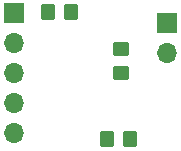
<source format=gbr>
%TF.GenerationSoftware,KiCad,Pcbnew,8.0.0-dirty*%
%TF.CreationDate,2024-03-12T22:33:29-04:00*%
%TF.ProjectId,MotorDriverVNH,4d6f746f-7244-4726-9976-6572564e482e,rev?*%
%TF.SameCoordinates,Original*%
%TF.FileFunction,Soldermask,Bot*%
%TF.FilePolarity,Negative*%
%FSLAX46Y46*%
G04 Gerber Fmt 4.6, Leading zero omitted, Abs format (unit mm)*
G04 Created by KiCad (PCBNEW 8.0.0-dirty) date 2024-03-12 22:33:29*
%MOMM*%
%LPD*%
G01*
G04 APERTURE LIST*
G04 Aperture macros list*
%AMRoundRect*
0 Rectangle with rounded corners*
0 $1 Rounding radius*
0 $2 $3 $4 $5 $6 $7 $8 $9 X,Y pos of 4 corners*
0 Add a 4 corners polygon primitive as box body*
4,1,4,$2,$3,$4,$5,$6,$7,$8,$9,$2,$3,0*
0 Add four circle primitives for the rounded corners*
1,1,$1+$1,$2,$3*
1,1,$1+$1,$4,$5*
1,1,$1+$1,$6,$7*
1,1,$1+$1,$8,$9*
0 Add four rect primitives between the rounded corners*
20,1,$1+$1,$2,$3,$4,$5,0*
20,1,$1+$1,$4,$5,$6,$7,0*
20,1,$1+$1,$6,$7,$8,$9,0*
20,1,$1+$1,$8,$9,$2,$3,0*%
G04 Aperture macros list end*
%ADD10R,1.700000X1.700000*%
%ADD11O,1.700000X1.700000*%
%ADD12RoundRect,0.250000X-0.450000X0.350000X-0.450000X-0.350000X0.450000X-0.350000X0.450000X0.350000X0*%
%ADD13RoundRect,0.250000X-0.350000X-0.450000X0.350000X-0.450000X0.350000X0.450000X-0.350000X0.450000X0*%
G04 APERTURE END LIST*
D10*
%TO.C,J1*%
X84307500Y-67402000D03*
D11*
X84307500Y-69942000D03*
%TD*%
D12*
%TO.C,R3*%
X80400000Y-69600000D03*
X80400000Y-71600000D03*
%TD*%
D10*
%TO.C,J3*%
X71374000Y-66548000D03*
D11*
X71374000Y-69088000D03*
X71374000Y-71628000D03*
X71374000Y-74168000D03*
X71374000Y-76708000D03*
%TD*%
D13*
%TO.C,R1*%
X79200000Y-77200000D03*
X81200000Y-77200000D03*
%TD*%
%TO.C,R2*%
X74200000Y-66400000D03*
X76200000Y-66400000D03*
%TD*%
M02*

</source>
